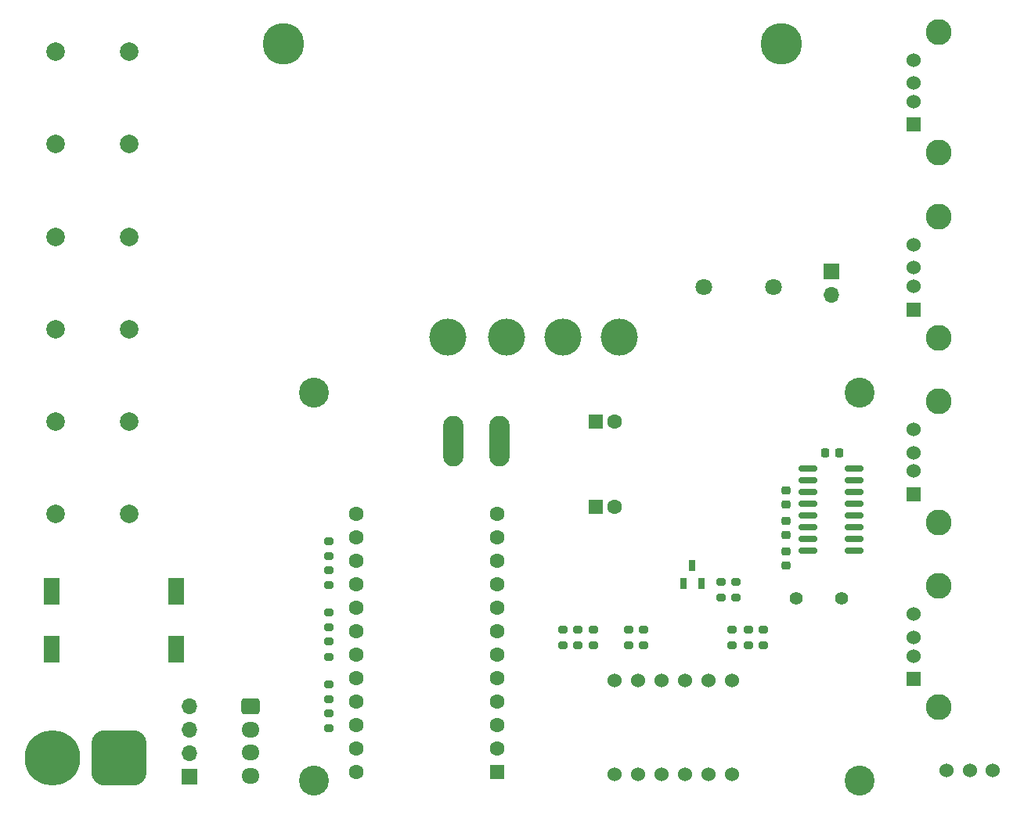
<source format=gbr>
%TF.GenerationSoftware,KiCad,Pcbnew,6.0.9-8da3e8f707~117~ubuntu20.04.1*%
%TF.CreationDate,2023-01-24T20:19:18-08:00*%
%TF.ProjectId,PDB,5044422e-6b69-4636-9164-5f7063625858,rev?*%
%TF.SameCoordinates,Original*%
%TF.FileFunction,Soldermask,Top*%
%TF.FilePolarity,Negative*%
%FSLAX46Y46*%
G04 Gerber Fmt 4.6, Leading zero omitted, Abs format (unit mm)*
G04 Created by KiCad (PCBNEW 6.0.9-8da3e8f707~117~ubuntu20.04.1) date 2023-01-24 20:19:18*
%MOMM*%
%LPD*%
G01*
G04 APERTURE LIST*
G04 Aperture macros list*
%AMRoundRect*
0 Rectangle with rounded corners*
0 $1 Rounding radius*
0 $2 $3 $4 $5 $6 $7 $8 $9 X,Y pos of 4 corners*
0 Add a 4 corners polygon primitive as box body*
4,1,4,$2,$3,$4,$5,$6,$7,$8,$9,$2,$3,0*
0 Add four circle primitives for the rounded corners*
1,1,$1+$1,$2,$3*
1,1,$1+$1,$4,$5*
1,1,$1+$1,$6,$7*
1,1,$1+$1,$8,$9*
0 Add four rect primitives between the rounded corners*
20,1,$1+$1,$2,$3,$4,$5,0*
20,1,$1+$1,$4,$5,$6,$7,0*
20,1,$1+$1,$6,$7,$8,$9,0*
20,1,$1+$1,$8,$9,$2,$3,0*%
G04 Aperture macros list end*
%ADD10C,3.240000*%
%ADD11RoundRect,0.200000X0.275000X-0.200000X0.275000X0.200000X-0.275000X0.200000X-0.275000X-0.200000X0*%
%ADD12C,1.600000*%
%ADD13R,1.600000X1.600000*%
%ADD14R,1.700000X1.700000*%
%ADD15O,1.700000X1.700000*%
%ADD16R,1.524000X1.524000*%
%ADD17C,1.524000*%
%ADD18C,2.800000*%
%ADD19RoundRect,0.250000X-0.725000X0.600000X-0.725000X-0.600000X0.725000X-0.600000X0.725000X0.600000X0*%
%ADD20O,1.950000X1.700000*%
%ADD21RoundRect,0.225000X0.225000X0.250000X-0.225000X0.250000X-0.225000X-0.250000X0.225000X-0.250000X0*%
%ADD22C,1.800000*%
%ADD23C,1.400000*%
%ADD24RoundRect,0.200000X-0.275000X0.200000X-0.275000X-0.200000X0.275000X-0.200000X0.275000X0.200000X0*%
%ADD25RoundRect,0.225000X0.250000X-0.225000X0.250000X0.225000X-0.250000X0.225000X-0.250000X-0.225000X0*%
%ADD26C,2.000000*%
%ADD27R,1.651000X2.921000*%
%ADD28C,4.495800*%
%ADD29C,4.000000*%
%ADD30R,0.700000X1.250000*%
%ADD31O,2.200000X5.500000*%
%ADD32RoundRect,0.150000X-0.825000X-0.150000X0.825000X-0.150000X0.825000X0.150000X-0.825000X0.150000X0*%
%ADD33RoundRect,1.500000X1.500000X1.500000X-1.500000X1.500000X-1.500000X-1.500000X1.500000X-1.500000X0*%
%ADD34C,6.000000*%
%ADD35RoundRect,0.225000X-0.250000X0.225000X-0.250000X-0.225000X0.250000X-0.225000X0.250000X0.225000X0*%
G04 APERTURE END LIST*
D10*
%TO.C,*%
X92000000Y-102000000D03*
%TD*%
%TO.C,*%
X151000000Y-102000000D03*
%TD*%
%TO.C,*%
X151000000Y-60000000D03*
%TD*%
%TO.C,*%
X92000000Y-60000000D03*
%TD*%
D11*
%TO.C,R11*%
X140589000Y-87312000D03*
X140589000Y-85662000D03*
%TD*%
D12*
%TO.C,C2*%
X124488888Y-63119000D03*
D13*
X122488888Y-63119000D03*
%TD*%
D14*
%TO.C,J1*%
X147955000Y-46883400D03*
D15*
X147955000Y-49423400D03*
%TD*%
D16*
%TO.C,USB2*%
X156845000Y-50998000D03*
D17*
X156845000Y-48498000D03*
X156845000Y-46498000D03*
X156845000Y-43998000D03*
D18*
X159555000Y-40948000D03*
X159555000Y-54048000D03*
%TD*%
D11*
%TO.C,R7*%
X118872000Y-87312000D03*
X118872000Y-85662000D03*
%TD*%
%TO.C,R6*%
X93599000Y-77723000D03*
X93599000Y-76073000D03*
%TD*%
D19*
%TO.C,Jst1*%
X85090000Y-93980000D03*
D20*
X85090000Y-96480000D03*
X85090000Y-98980000D03*
X85090000Y-101480000D03*
%TD*%
D17*
%TO.C,D3*%
X124460000Y-101346000D03*
X127000000Y-101346000D03*
X129540000Y-101346000D03*
X132080000Y-101346000D03*
X134620000Y-101346000D03*
X137160000Y-101346000D03*
X137160000Y-91186000D03*
X134620000Y-91186000D03*
X132080000Y-91186000D03*
X129540000Y-91186000D03*
X127000000Y-91186000D03*
X124460000Y-91186000D03*
%TD*%
D21*
%TO.C,C3*%
X148792000Y-66548000D03*
X147242000Y-66548000D03*
%TD*%
D22*
%TO.C,B1*%
X134172000Y-48614000D03*
X141672000Y-48614000D03*
%TD*%
D23*
%TO.C,Y1*%
X149008000Y-82296000D03*
X144108000Y-82296000D03*
%TD*%
D24*
%TO.C,R12*%
X125984000Y-85662000D03*
X125984000Y-87312000D03*
%TD*%
D11*
%TO.C,R2*%
X93599000Y-93218000D03*
X93599000Y-91568000D03*
%TD*%
D25*
%TO.C,C5*%
X143064000Y-75451000D03*
X143064000Y-73901000D03*
%TD*%
D16*
%TO.C,USB3*%
X156845000Y-70998000D03*
D17*
X156845000Y-68498000D03*
X156845000Y-66498000D03*
X156845000Y-63998000D03*
D18*
X159555000Y-60948000D03*
X159555000Y-74048000D03*
%TD*%
D26*
%TO.C,A2*%
X72000000Y-33113400D03*
X64000000Y-33113400D03*
%TD*%
D24*
%TO.C,R5*%
X93599000Y-79185000D03*
X93599000Y-80835000D03*
%TD*%
%TO.C,R3*%
X93599000Y-83757000D03*
X93599000Y-85407000D03*
%TD*%
D13*
%TO.C,Pro1*%
X111760000Y-101092000D03*
D12*
X111760000Y-98552000D03*
X111760000Y-96012000D03*
X111760000Y-93472000D03*
X111760000Y-90932000D03*
X111760000Y-88392000D03*
X111760000Y-85852000D03*
X111760000Y-83312000D03*
X111760000Y-80772000D03*
X111760000Y-78232000D03*
X111760000Y-75692000D03*
X111760000Y-73152000D03*
X96520000Y-73152000D03*
X96520000Y-75692000D03*
X96520000Y-78232000D03*
X96520000Y-80772000D03*
X96520000Y-83312000D03*
X96520000Y-85852000D03*
X96520000Y-88392000D03*
X96520000Y-90932000D03*
X96520000Y-93472000D03*
X96520000Y-96012000D03*
X96520000Y-98552000D03*
X96520000Y-101092000D03*
%TD*%
D27*
%TO.C,F1*%
X63627000Y-81534000D03*
X63627000Y-87757000D03*
X77089000Y-81534000D03*
X77089000Y-87757000D03*
%TD*%
D11*
%TO.C,R10*%
X138938000Y-87312000D03*
X138938000Y-85662000D03*
%TD*%
D24*
%TO.C,R14*%
X137160000Y-85662000D03*
X137160000Y-87312000D03*
%TD*%
D26*
%TO.C,A4*%
X72000000Y-53113400D03*
X64000000Y-53113400D03*
%TD*%
D16*
%TO.C,USB1*%
X156845000Y-30998000D03*
D17*
X156845000Y-28498000D03*
X156845000Y-26498000D03*
X156845000Y-23998000D03*
D18*
X159555000Y-20948000D03*
X159555000Y-34048000D03*
%TD*%
D13*
%TO.C,C1*%
X122488888Y-72390000D03*
D12*
X124488888Y-72390000D03*
%TD*%
D25*
%TO.C,C4*%
X143064000Y-72149000D03*
X143064000Y-70599000D03*
%TD*%
D11*
%TO.C,R1*%
X93599000Y-96330000D03*
X93599000Y-94680000D03*
%TD*%
D26*
%TO.C,A5*%
X72000000Y-63113400D03*
X64000000Y-63113400D03*
%TD*%
D17*
%TO.C,SW2*%
X160415600Y-100863400D03*
X162915600Y-100863400D03*
X165415600Y-100863400D03*
%TD*%
D11*
%TO.C,R4*%
X93599000Y-88582000D03*
X93599000Y-86932000D03*
%TD*%
D26*
%TO.C,A3*%
X72000000Y-43113400D03*
X64000000Y-43113400D03*
%TD*%
D28*
%TO.C,Converter1*%
X142494000Y-22225000D03*
X88646000Y-22225000D03*
D29*
X124968000Y-53975000D03*
X118872000Y-53975000D03*
X112776000Y-53975000D03*
X106426000Y-53975000D03*
%TD*%
D11*
%TO.C,R15*%
X137631000Y-80529600D03*
X137631000Y-82179600D03*
%TD*%
%TO.C,R9*%
X122174000Y-87312000D03*
X122174000Y-85662000D03*
%TD*%
D30*
%TO.C,Q1*%
X131956000Y-80679600D03*
X133856000Y-80679600D03*
X132906000Y-78679600D03*
%TD*%
D26*
%TO.C,A6*%
X72000000Y-73113400D03*
X64000000Y-73113400D03*
%TD*%
%TO.C,A1*%
X72000000Y-23113400D03*
X64000000Y-23113400D03*
%TD*%
D24*
%TO.C,R13*%
X127635000Y-85662000D03*
X127635000Y-87312000D03*
%TD*%
D31*
%TO.C,Sw1*%
X107048000Y-65278000D03*
X112048000Y-65278000D03*
%TD*%
D32*
%TO.C,FTDI1*%
X145415000Y-68199000D03*
X145415000Y-69469000D03*
X145415000Y-70739000D03*
X145415000Y-72009000D03*
X145415000Y-73279000D03*
X145415000Y-74549000D03*
X145415000Y-75819000D03*
X145415000Y-77089000D03*
X150365000Y-77089000D03*
X150365000Y-75819000D03*
X150365000Y-74549000D03*
X150365000Y-73279000D03*
X150365000Y-72009000D03*
X150365000Y-70739000D03*
X150365000Y-69469000D03*
X150365000Y-68199000D03*
%TD*%
D11*
%TO.C,R16*%
X135980000Y-82179600D03*
X135980000Y-80529600D03*
%TD*%
D33*
%TO.C,Batt1*%
X70866000Y-99568000D03*
D34*
X63666000Y-99568000D03*
%TD*%
D35*
%TO.C,C6*%
X143064000Y-77203000D03*
X143064000Y-78753000D03*
%TD*%
D14*
%TO.C,J2*%
X78486000Y-101600000D03*
D15*
X78486000Y-99060000D03*
X78486000Y-96520000D03*
X78486000Y-93980000D03*
%TD*%
D16*
%TO.C,USB4*%
X156845000Y-90998000D03*
D17*
X156845000Y-88498000D03*
X156845000Y-86498000D03*
X156845000Y-83998000D03*
D18*
X159555000Y-80948000D03*
X159555000Y-94048000D03*
%TD*%
D11*
%TO.C,R8*%
X120523000Y-87312000D03*
X120523000Y-85662000D03*
%TD*%
M02*

</source>
